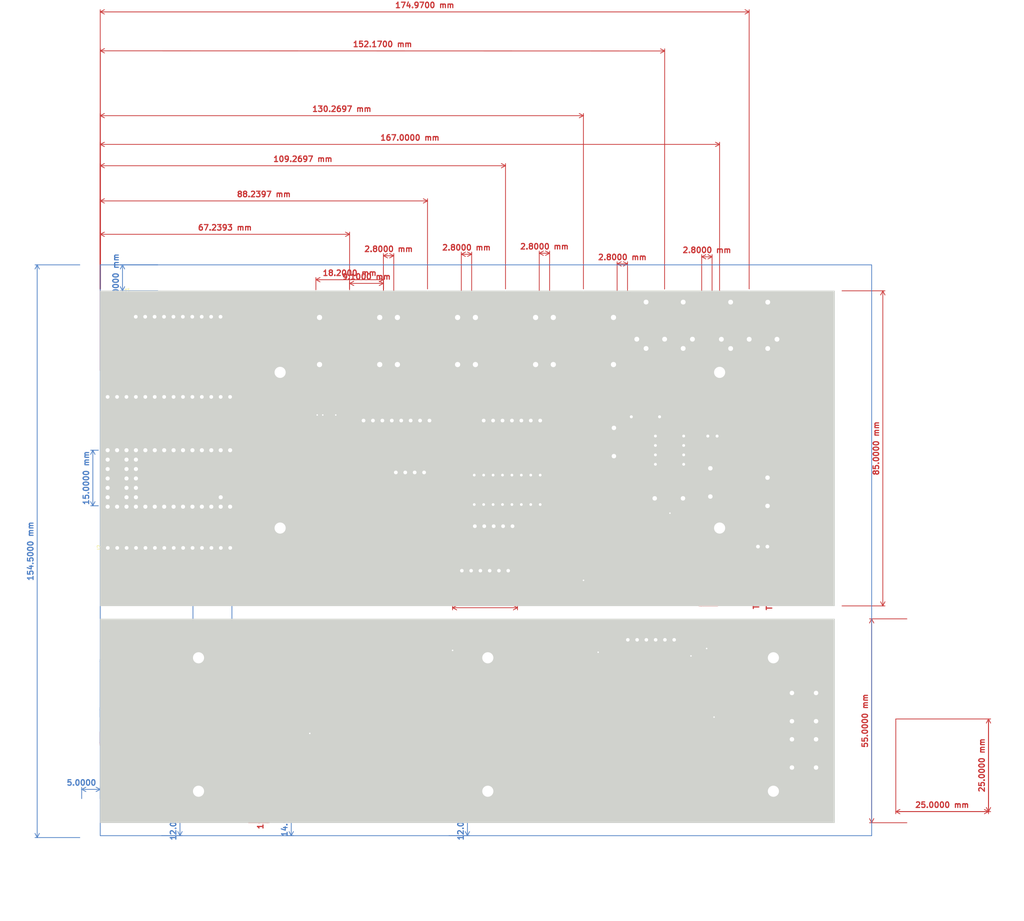
<source format=kicad_pcb>
(kicad_pcb (version 20211014) (generator pcbnew)
  (layers (0 "F.Cu" signal) (31 "B.Cu" signal) (34 "B.Paste" user) (35 "F.Paste" user) (36 "B.SilkS" user "B.Silkscreen") (37 "F.SilkS" user "F.Silkscreen") (38 "B.Mask" user) (39 "F.Mask" user) (44 "Edge.Cuts" user))
  (net 0 "")
  (net 1 "Net-(J1-Pad3)")
  (net 2 "Net-(J1-Pad5)")
  (net 3 "Net-(J1-Pad6)")
  (net 4 "Net-(J1-Pad7)")
  (net 5 "Net-(J1-Pad8)")
  (net 6 "Net-(J1-Pad9)")
  (net 10 "Net-(J1-Pad10)")
  (net 13 "Net-(J1-Pad11)")
  (net 14 "Net-(J1-Pad12)")
  (net 15 "Net-(J1-Pad13)")
  (net 16 "Net-(J1-Pad14)")
  (net 17 "Net-(J2-Pad1)")
  (net 18 "Net-(J2-Pad2)")
  (net 19 "Net-(J2-Pad3)")
  (net 20 "Net-(J2-Pad4)")
  (net 21 "Net-(J2-Pad5)")
  (net 22 "Net-(J2-Pad6)")
  (net 23 "Net-(J2-Pad7)")
  (net 25 "Net-(J2-Pad8)")
  (net 26 "Net-(J2-Pad9)")
  (net 27 "Net-(J2-Pad10)")
  (net 28 "Net-(J2-Pad11)")
  (net 29 "Net-(D1-Pad1)")
  (net 30 "Net-(D1-Pad2)")
  (net 34 "Net-(J3-Pad4)")
  (net 35 "Net-(J1-Pad2)")
  (net 36 "Net-(J1-Pad4)")
  (net 37 "Net-(J8-Pad5)")
  (net 40 "Net-(J8-Pad4)")
  (net 41 "Net-(R6-Pad1)")
  (net 45 "Net-(J2-Pad13)")
  (net 46 "Net-(J4-Pad3)")
  (net 47 "Net-(J?3=FSR4;6=FSR1-Pad1)")
  (net 48 "Net-(J4-Pad4)")
  (net 49 "Net-(J4-Pad5)")
  (net 50 "Net-(J4-Pad6)")
  (net 51 "Net-(H11-Pad1)")
  (net 52 "Net-(H12-Pad1)")
  (net 53 "Net-(J5-Pad1)")
  (net 54 "Net-(J5-Pad2)")
  (net 55 "Net-(J5-Pad3)")
  (net 56 "Net-(H14-Pad1)")
  (net 57 "Net-(H5V1-Pad1)")
  (net 58 "Net-(H13-Pad1)")
  (net 59 "Net-(J9-Pad1)")
  (net 60 "Net-(J6_TeensyPinsUnten1-Pad1)")
  (net 61 "Net-(J6_TeensyPinsUnten1-Pad2)")
  (net 62 "Net-(J6_TeensyPinsUnten1-Pad3)")
  (net 63 "Net-(J6_TeensyPinsUnten1-Pad4)")
  (net 64 "Net-(J6_TeensyPinsUnten1-Pad5)")
  (net 65 "Net-(J6_TeensyPinsUnten1-Pad6)")
  (net 66 "Net-(J6_TeensyPinsUnten1-Pad7)")
  (net 67 "Net-(J6_TeensyPinsUnten1-Pad8)")
  (net 68 "Net-(J6_TeensyPinsUnten1-Pad9)")
  (net 69 "Net-(J6_TeensyPinsUnten1-Pad10)")
  (net 70 "Net-(J9-Pad2)")
  (net 71 "Net-(J9-Pad3)")
  (net 72 "Net-(J9-Pad4)")
  (net 73 "Net-(J9-Pad5)")
  (net 74 "Net-(J10-Pad1)")
  (net 75 "Net-(J10-Pad2)")
  (net 76 "Net-(J11-Pad1)")
  (net 77 "Net-(J11-Pad2)")
  (net 78 "Net-(J16-Pad1)")
  (net 79 "Net-(J16-Pad2)")
  (net 80 "Net-(J17-Pad1)")
  (net 81 "Net-(J17-Pad2)")
  (net 82 "Net-(J18-Pad1)")
  (net 83 "Net-(J18-Pad2)")
  (net 94 "Net-(J5-Pad4)")
  (net 95 "Net-(J5-Pad5)")
  (net 96 "Net-(J5-Pad6)")
  (net 97 "Net-(J5-Pad7)")
  (net 98 "Net-(C1-Pad1)")
  (net 99 "Net-(C1-Pad2)")
  (footprint "project_fp:SolderWirePad_1x01_SMD_5x10mm" (layer "F.Cu") (at 151 123)
    (fp_text reference "H13")
    (fp_text value "MountingHole_Pad")
  )
  (footprint "project_fp:SolderWirePad_1x01_SMD_5x10mm" (layer "F.Cu") (at 190 122.5)
    (fp_text reference "H14")
    (fp_text value "MountingHole_Pad")
  )
  (footprint "KiCad:Teensy40" (layer "F.Cu") (at 35.51 68.62 180)
    (fp_text reference "U7")
    (fp_text value "Teensy4.0")
  )
  (footprint "project_fp:SolderWirePad_1x01_SMD_5x10mm" (layer "F.Cu") (at 53.5 122.9)
    (fp_text reference "H5V1")
    (fp_text value "MountingHole_Pad")
  )
  (footprint "Connector_PinHeader_2.54mm:PinHeader_1x10_P2.54mm_Vertical" (layer "F.Cu") (at 26.575 25 90)
    (fp_text reference "J6_TeensyPinsUnten1")
    (fp_text value "Conn_01x10")
  )
  (footprint "Resistor_THT:R_Axial_DIN0411_L9.9mm_D3.6mm_P7.62mm_Vertical" (layer "F.Cu") (at 210 138.99 -90)
    (fp_text reference "R4")
    (fp_text value "R_Variable")
  )
  (footprint "MountingHole:MountingHole_3mm" (layer "F.Cu") (at 198.5 117)
    (fp_text reference "H3")
    (fp_text value "MountingHole")
  )
  (footprint "KiCad:DIP762W56P254L966H508Q8N" (layer "F.Cu") (at 170.5 60.99)
    (fp_text reference "U6")
    (fp_text value "6N138" hide)
  )
  (footprint "Connector_PinHeader_2.54mm:PinHeader_1x05_P2.54mm_Vertical" (layer "F.Cu") (at 118 81.5 90)
    (fp_text reference "J9")
    (fp_text value "Conn_01x05")
  )
  (footprint "MountingHole:MountingHole_3mm" (layer "F.Cu") (at 43.5 153)
    (fp_text reference "H6")
    (fp_text value "MountingHole")
  )
  (footprint "MountingHole:MountingHole_3mm" (layer "F.Cu") (at 198.5 153)
    (fp_text reference "H2")
    (fp_text value "MountingHole")
  )
  (footprint "Connector_JST:JST_XH_B6B-XH-A_1x06_P2.50mm_Vertical" (layer "F.Cu") (at 114.5 93.5)
    (fp_text reference "J4")
    (fp_text value "06JQ-BT")
  )
  (footprint "project_fp:SolderWirePad_1x01_SMD_5x10mm" (layer "F.Cu") (at 112 123)
    (fp_text reference "H12")
    (fp_text value "MountingHole_Pad")
  )
  (footprint "project_fp:SolderWirePad_1x01_SMD_5x10mm" (layer "F.Cu") (at 131 123)
    (fp_text reference "H5V3")
    (fp_text value "MountingHole_Pad")
  )
  (footprint "Connector_PinHeader_2.54mm:PinHeader_1x07_P2.54mm_Vertical" (layer "F.Cu") (at 135.625 53 -90)
    (fp_text reference "J5")
    (fp_text value "Conn_01x07")
  )
  (footprint "project_fp:SolderWirePad_1x01_SMD_5x10mm" (layer "F.Cu") (at 73.4 122.9)
    (fp_text reference "H11")
    (fp_text value "MountingHole_Pad")
  )
  (footprint "Connector_JST:JST_SH_SM10B-SRSS-TB_1x10-1MP_P1.00mm_Horizontal" (layer "F.Cu") (at 72.75 58.53)
    (fp_text reference "JST_TEENSY_5")
    (fp_text value "10JQ-BT")
  )
  (footprint "Connector_PinHeader_2.54mm:PinHeader_1x02_P2.54mm_Vertical" (layer "F.Cu") (at 194.34 87.01 90)
    (fp_text reference "J10")
    (fp_text value "Conn_01x02")
  )
  (footprint "Resistor_THT:R_Axial_DIN0411_L9.9mm_D3.6mm_P7.62mm_Vertical" (layer "F.Cu") (at 203.5 126.49 -90)
    (fp_text reference "R1")
    (fp_text value "R_Variable")
  )
  (footprint "MountingHole:MountingHole_3mm" (layer "F.Cu") (at 43.5 117)
    (fp_text reference "H1")
    (fp_text value "MountingHole")
  )
  (footprint "Connector_PinHeader_2.54mm:PinHeader_1x14_P2.54mm_Vertical" (layer "F.Cu") (at 52.01 46.62 -90)
    (fp_text reference "J1")
    (fp_text value "Conn_01x14_MountingPin")
  )
  (footprint "project_fp:SDS-50J_MIDI_JACK" (layer "F.Cu") (at 184.47 31.0675)
    (fp_text reference "J8")
    (fp_text value "DIN-5")
  )
  (footprint "Connector_JST:JST_XH_B6B-XH-A_1x06_P2.50mm_Vertical" (layer "F.Cu") (at 159.25 112.14976)
    (fp_text reference "J?3=FSR4;6=FSR1")
    (fp_text value "06JQ-BT")
  )
  (footprint "SamacSys_Parts:NMJ4HCD2" (layer "F.Cu") (at 126.26967 41.845 -90)
    (fp_text reference "J17")
    (fp_text value "NMJ4HCD2" hide)
  )
  (footprint "Resistor_THT:R_Axial_DIN0411_L9.9mm_D3.6mm_P7.62mm_Vertical" (layer "F.Cu") (at 196.92 68.41 -90)
    (fp_text reference "R8")
    (fp_text value "R47")
  )
  (footprint "SamacSys_Parts:NMJ4HCD2" (layer "F.Cu") (at 105.23967 41.845 -90)
    (fp_text reference "J16")
    (fp_text value "NMJ4HCD2" hide)
  )
  (footprint "Resistor_THT:R_Axial_DIN0411_L9.9mm_D3.6mm_P7.62mm_Vertical" (layer "F.Cu") (at 203.5 138.99 -90)
    (fp_text reference "R3")
    (fp_text value "R_Variable")
  )
  (footprint "Resistor_THT:R_Axial_DIN0411_L9.9mm_D3.6mm_P7.62mm_Vertical" (layer "F.Cu") (at 166.5 73.99)
    (fp_text reference "R6")
    (fp_text value "R470")
  )
  (footprint "project_fp:SolderWirePad_1x01_SMD_5x10mm" (layer "F.Cu") (at 92 123.1)
    (fp_text reference "H5V2")
    (fp_text value "MountingHole_Pad")
  )
  (footprint "Connector_PinHeader_2.54mm:PinHeader_1x04_P2.54mm_Vertical" (layer "F.Cu") (at 96.7 67 90)
    (fp_text reference "J6")
    (fp_text value "Conn_01x04")
  )
  (footprint "project_fp:SDS-50J_MIDI_JACK" (layer "F.Cu") (at 161.67 31.0475)
    (fp_text reference "J3")
    (fp_text value "DIN-5")
  )
  (footprint "MountingHole:MountingHole_3mm" (layer "F.Cu") (at 65.5 82)
    (fp_text reference "H9")
    (fp_text value "MountingHole")
  )
  (footprint "Resistor_THT:R_Axial_DIN0411_L9.9mm_D3.6mm_P7.62mm_Vertical" (layer "F.Cu") (at 210 126.49 -90)
    (fp_text reference "R2")
    (fp_text value "R_Variable")
  )
  (footprint "Capacitor_THT:CP_Radial_D6.3mm_P2.50mm" (layer "F.Cu") (at 180.817621 57.19)
    (fp_text reference "C1")
    (fp_text value "0,1myf")
  )
  (footprint "Connector_PinHeader_2.54mm:PinHeader_1x08_P2.54mm_Vertical" (layer "F.Cu") (at 87.99 53 90)
    (fp_text reference "J7")
    (fp_text value "Conn_01x08")
  )
  (footprint "SamacSys_Parts:NMJ4HCD2" (layer "F.Cu") (at 147.26967 41.845 -90)
    (fp_text reference "J18")
    (fp_text value "NMJ4HCD2" hide)
  )
  (footprint "MountingHole:MountingHole_3mm" (layer "F.Cu") (at 184 40)
    (fp_text reference "H4")
    (fp_text value "MountingHole")
  )
  (footprint "Resistor_THT:R_Axial_DIN0411_L9.9mm_D3.6mm_P7.62mm_Vertical" (layer "F.Cu") (at 181.5 73.5 90)
    (fp_text reference "R7")
    (fp_text value "R47")
  )
  (footprint "MountingHole:MountingHole_3mm" (layer "F.Cu") (at 184 82)
    (fp_text reference "H8")
    (fp_text value "MountingHole")
  )
  (footprint "Diode_THT:D_DO-35_SOD27_P7.62mm_Horizontal" (layer "F.Cu") (at 167.81 51.99 180)
    (fp_text reference "D1")
    (fp_text value "1N4148")
  )
  (footprint "MountingHole:MountingHole_3mm" (layer "F.Cu") (at 121.5 153)
    (fp_text reference "H10")
    (fp_text value "MountingHole")
  )
  (footprint "MountingHole:MountingHole_3mm" (layer "F.Cu") (at 65.5 40)
    (fp_text reference "H7")
    (fp_text value "MountingHole")
  )
  (footprint "project_fp:SolderWirePad_1x01_SMD_5x10mm" (layer "F.Cu") (at 170 122.5)
    (fp_text reference "H5V4")
    (fp_text value "MountingHole_Pad")
  )
  (footprint "Connector_PinHeader_2.54mm:PinHeader_1x14_P2.54mm_Vertical" (layer "F.Cu") (at 19.032663 87.357701 90)
    (fp_text reference "J2")
    (fp_text value "Conn_01x14_MountingPin")
  )
  (footprint "MountingHole:MountingHole_3mm" (layer "F.Cu") (at 121.5 117)
    (fp_text reference "H5")
    (fp_text value "MountingHole")
  )
  (footprint "SamacSys_Parts:NMJ4HCD2" (layer "F.Cu") (at 84.23934 41.845 -90)
    (fp_text reference "J11")
    (fp_text value "NMJ4HCD2" hide)
  )
  (footprint "KiCad:DIP794W53P254L1930H508Q16N" (layer "F.Cu") (at 126.73 71.68796 90)
    (fp_text reference "U5")
    (fp_text value "74HC4051" hide)
  )
  (footprint "Resistor_THT:R_Axial_DIN0411_L9.9mm_D3.6mm_P7.62mm_Vertical" (layer "F.Cu") (at 155.5 54.98 -90)
    (fp_text reference "R5")
    (fp_text value "R220")
  )
  (gr_rect (start 17 11) (end 225 165) (layer "B.Cu") (width 0.2) (fill none))
  (gr_rect (start 17 106.5) (end 215 161.5) (layer "Edge.Cuts") (width 0.1) (fill none))
  (gr_rect (start 17 18) (end 215 103) (layer "Edge.Cuts") (width 0.1) (fill none))
  (gr_text "Teensy Pin 0" (at 193.9 96.5 90) (layer "F.Cu") (effects (font (size 1.5 1.5) (thickness 0.3))))
  (gr_text "Teensy Pin 1" (at 197.4 96.8 90) (layer "F.Cu") (effects (font (size 1.5 1.5) (thickness 0.3))))
  (dimension (type aligned) (layer "F.Cu") (pts (xy 231.5 133) (xy 256.5 133)) (height 25.5) (gr_text "25.0000 mm" (at 244 156.7) (layer "F.Cu") (effects (font (size 1.5 1.5) (thickness 0.3)))) (format (units 3) (units_format 1) (precision 4)) (style (thickness 0.2) (arrow_length 1.27) (text_position_mode 0) (extension_height 0.58642) (extension_offset 0.5) keep_text_aligned))
  (dimension (type aligned) (layer "F.Cu") (pts (xy 235 106.5) (xy 235 161.5)) (height 10) (gr_text "55.0000 mm" (at 223.2 134 90) (layer "F.Cu") (effects (font (size 1.5 1.5) (thickness 0.3)))) (format (units 3) (units_format 1) (precision 4)) (style (thickness 0.2) (arrow_length 1.27) (text_position_mode 0) (extension_height 0.58642) (extension_offset 0.5) keep_text_aligned))
  (dimension (type aligned) (layer "F.Cu") (pts (xy 135.37 19.09) (xy 138.17 19.09)) (height -11.235) (gr_text "2.8000 mm" (at 136.77 6.055) (layer "F.Cu") (effects (font (size 1.5 1.5) (thickness 0.3)))) (format (units 3) (units_format 1) (precision 4)) (style (thickness 0.2) (arrow_length 1.27) (text_position_mode 0) (extension_height 0.58642) (extension_offset 0.5) keep_text_aligned))
  (dimension (type aligned) (layer "F.Cu") (pts (xy 169.17 18.0475) (xy 17 18)) (height 64.750152) (gr_text "152.1700 mm" (at 93.105774 -48.526399 -0.01788492764) (layer "F.Cu") (effects (font (size 1.5 1.5) (thickness 0.3)))) (format (units 3) (units_format 1) (precision 4)) (style (thickness 0.2) (arrow_length 1.27) (text_position_mode 0) (extension_height 0.58642) (extension_offset 0.5) keep_text_aligned))
  (dimension (type aligned) (layer "F.Cu") (pts (xy 56.5 150.5) (xy 56.5 161.5)) (height -5.5) (gr_text "11.0000 mm" (at 60.2 156 90) (layer "F.Cu") (effects (font (size 1.5 1.5) (thickness 0.3)))) (format (units 3) (units_format 1) (precision 4)) (style (thickness 0.2) (arrow_length 1.27) (text_position_mode 0) (extension_height 0.58642) (extension_offset 0.5) keep_text_aligned))
  (dimension (type aligned) (layer "F.Cu") (pts (xy 84.23934 18) (xy 17 18)) (height 15.249999) (gr_text "67.2393 mm" (at 50.61967 0.950001) (layer "F.Cu") (effects (font (size 1.5 1.5) (thickness 0.3)))) (format (units 3) (units_format 1) (precision 4)) (style (thickness 0.2) (arrow_length 1.27) (text_position_mode 0) (extension_height 0.58642) (extension_offset 0.5) keep_text_aligned))
  (dimension (type aligned) (layer "F.Cu") (pts (xy 147.26967 18) (xy 17 18)) (height 47.25) (gr_text "130.2697 mm" (at 82.134835 -31.05) (layer "F.Cu") (effects (font (size 1.5 1.5) (thickness 0.3)))) (format (units 3) (units_format 1) (precision 4)) (style (thickness 0.2) (arrow_length 1.27) (text_position_mode 0) (extension_height 0.58642) (extension_offset 0.5) keep_text_aligned))
  (dimension (type aligned) (layer "F.Cu") (pts (xy 93.34 19.775) (xy 96.14 19.775)) (height -11.235) (gr_text "2.8000 mm" (at 94.74 6.74) (layer "F.Cu") (effects (font (size 1.5 1.5) (thickness 0.3)))) (format (units 3) (units_format 1) (precision 4)) (style (thickness 0.2) (arrow_length 1.27) (text_position_mode 0) (extension_height 0.58642) (extension_offset 0.5) keep_text_aligned))
  (dimension (type aligned) (layer "F.Cu") (pts (xy 112 99.25) (xy 129.5 99.25)) (height 4.25) (gr_text "17.5000 mm" (at 120.75 101.7) (layer "F.Cu") (effects (font (size 1.5 1.5) (thickness 0.3)))) (format (units 3) (units_format 1) (precision 4)) (style (thickness 0.2) (arrow_length 1.27) (text_position_mode 0) (extension_height 0.58642) (extension_offset 0.5) keep_text_aligned))
  (dimension (type aligned) (layer "F.Cu") (pts (xy 191.97 18) (xy 17 18)) (height 75.25) (gr_text "174.9700 mm" (at 104.485 -59.05) (layer "F.Cu") (effects (font (size 1.5 1.5) (thickness 0.3)))) (format (units 3) (units_format 1) (precision 4)) (style (thickness 0.2) (arrow_length 1.27) (text_position_mode 0) (extension_height 0.58642) (extension_offset 0.5) keep_text_aligned))
  (dimension (type aligned) (layer "F.Cu") (pts (xy 216.5 18) (xy 216.5 103)) (height -11.5) (gr_text "85.0000 mm" (at 226.2 60.5 90) (layer "F.Cu") (effects (font (size 1.5 1.5) (thickness 0.3)))) (format (units 3) (units_format 1) (precision 4)) (style (thickness 0.2) (arrow_length 1.27) (text_position_mode 0) (extension_height 0.58642) (extension_offset 0.5) keep_text_aligned))
  (dimension (type aligned) (layer "F.Cu") (pts (xy 93.33934 18.235) (xy 75.13934 18.235)) (height 3.234999) (gr_text "18.2000 mm" (at 84.23934 13.200001) (layer "F.Cu") (effects (font (size 1.5 1.5) (thickness 0.3)))) (format (units 3) (units_format 1) (precision 4)) (style (thickness 0.2) (arrow_length 1.27) (text_position_mode 0) (extension_height 0.58642) (extension_offset 0.5) keep_text_aligned))
  (dimension (type aligned) (layer "F.Cu") (pts (xy 105.23967 18) (xy 17 18)) (height 24.25) (gr_text "88.2397 mm" (at 61.119835 -8.05) (layer "F.Cu") (effects (font (size 1.5 1.5) (thickness 0.3)))) (format (units 3) (units_format 1) (precision 4)) (style (thickness 0.2) (arrow_length 1.27) (text_position_mode 0) (extension_height 0.58642) (extension_offset 0.5) keep_text_aligned))
  (dimension (type aligned) (layer "F.Cu") (pts (xy 43.5 136.5) (xy 17 136.5)) (height -3.5) (gr_text "26.5000 mm" (at 30.25 138.2) (layer "F.Cu") (effects (font (size 1.5 1.5) (thickness 0.3)))) (format (units 3) (units_format 1) (precision 4)) (style (thickness 0.2) (arrow_length 1.27) (text_position_mode 0) (extension_height 0.58642) (extension_offset 0.5) keep_text_aligned))
  (dimension (type aligned) (layer "F.Cu") (pts (xy 126.26967 18) (xy 17 18)) (height 33.75) (gr_text "109.2697 mm" (at 71.634835 -17.55) (layer "F.Cu") (effects (font (size 1.5 1.5) (thickness 0.3)))) (format (units 3) (units_format 1) (precision 4)) (style (thickness 0.2) (arrow_length 1.27) (text_position_mode 0) (extension_height 0.58642) (extension_offset 0.5) keep_text_aligned))
  (dimension (type aligned) (layer "F.Cu") (pts (xy 231 133.5) (xy 231 158.5)) (height -25.5) (gr_text "25.0000 mm" (at 254.7 146 90) (layer "F.Cu") (effects (font (size 1.5 1.5) (thickness 0.3)))) (format (units 3) (units_format 1) (precision 4)) (style (thickness 0.2) (arrow_length 1.27) (text_position_mode 0) (extension_height 0.58642) (extension_offset 0.5) keep_text_aligned))
  (dimension (type aligned) (layer "F.Cu") (pts (xy 184 82) (xy 184 103)) (height 5) (gr_text "21.0000 mm" (at 177.2 92.5 90) (layer "F.Cu") (effects (font (size 1.5 1.5) (thickness 0.3)))) (format (units 3) (units_format 1) (precision 4)) (style (thickness 0.2) (arrow_length 1.27) (text_position_mode 0) (extension_height 0.58642) (extension_offset 0.5) keep_text_aligned))
  (dimension (type aligned) (layer "F.Cu") (pts (xy 156.37 21.98) (xy 159.17 21.98)) (height -11.235) (gr_text "2.8000 mm" (at 157.77 8.945) (layer "F.Cu") (effects (font (size 1.5 1.5) (thickness 0.3)))) (format (units 3) (units_format 1) (precision 4)) (style (thickness 0.2) (arrow_length 1.27) (text_position_mode 0) (extension_height 0.58642) (extension_offset 0.5) keep_text_aligned))
  (dimension (type aligned) (layer "F.Cu") (pts (xy 114.35 19.37) (xy 117.15 19.37)) (height -11.235) (gr_text "2.8000 mm" (at 115.75 6.335) (layer "F.Cu") (effects (font (size 1.5 1.5) (thickness 0.3)))) (format (units 3) (units_format 1) (precision 4)) (style (thickness 0.2) (arrow_length 1.27) (text_position_mode 0) (extension_height 0.58642) (extension_offset 0.5) keep_text_aligned))
  (dimension (type aligned) (layer "F.Cu") (pts (xy 93.33934 18.235) (xy 84.23934 18.235)) (height 2.235) (gr_text "9.1000 mm" (at 88.78934 14.2) (layer "F.Cu") (effects (font (size 1.5 1.5) (thickness 0.3)))) (format (units 3) (units_format 1) (precision 4)) (style (thickness 0.2) (arrow_length 1.27) (text_position_mode 0) (extension_height 0.58642) (extension_offset 0.5) keep_text_aligned))
  (dimension (type aligned) (layer "F.Cu") (pts (xy 179.17 20.055) (xy 181.97 20.055)) (height -11.235) (gr_text "2.8000 mm" (at 180.57 7.02) (layer "F.Cu") (effects (font (size 1.5 1.5) (thickness 0.3)))) (format (units 3) (units_format 1) (precision 4)) (style (thickness 0.2) (arrow_length 1.27) (text_position_mode 0) (extension_height 0.58642) (extension_offset 0.5) keep_text_aligned))
  (dimension (type aligned) (layer "F.Cu") (pts (xy 184 40) (xy 17 40)) (height 61.5) (gr_text "167.0000 mm" (at 100.5 -23.3) (layer "F.Cu") (effects (font (size 1.5 1.5) (thickness 0.3)))) (format (units 3) (units_format 1) (precision 4)) (style (thickness 0.2) (arrow_length 1.27) (text_position_mode 0) (extension_height 0.58642) (extension_offset 0.5) keep_text_aligned))
  (dimension (type aligned) (layer "B.Cu") (pts (xy 12 11) (xy 12 165.5)) (height 12) (gr_text "154.5000 mm" (at -1.8 88.25 90) (layer "B.Cu") (effects (font (size 1.5 1.5) (thickness 0.3)))) (format (units 3) (units_format 1) (precision 4)) (style (thickness 0.2) (arrow_length 1.27) (text_position_mode 0) (extension_height 0.58642) (extension_offset 0.5) keep_text_aligned))
  (dimension (type aligned) (layer "B.Cu") (pts (xy 44 129) (xy 49 129)) (height -3) (gr_text "5.0000 mm" (at 46.5 124.2) (layer "B.Cu") (effects (font (size 1.5 1.5) (thickness 0.3)))) (format (units 3) (units_format 1) (precision 4)) (style (thickness 0.2) (arrow_length 1.27) (text_position_mode 0) (extension_height 0.58642) (extension_offset 0.5) keep_text_aligned))
  (dimension (type aligned) (layer "B.Cu") (pts (xy 12 155.5) (xy 17 155.5)) (height -3) (gr_text "5.0000 mm" (at 14.5 150.7) (layer "B.Cu") (effects (font (size 1.5 1.5) (thickness 0.3)))) (format (units 3) (units_format 1) (precision 4)) (style (thickness 0.2) (arrow_length 1.27) (text_position_mode 0) (extension_height 0.58642) (extension_offset 0.5) keep_text_aligned))
  (dimension (type aligned) (layer "B.Cu") (pts (xy 66.500001 165) (xy 66.500001 151)) (height 1.999999) (gr_text "14.0000 mm" (at 66.7 158 90) (layer "B.Cu") (effects (font (size 1.5 1.5) (thickness 0.3)))) (format (units 3) (units_format 1) (precision 4)) (style (thickness 0.2) (arrow_length 1.27) (text_position_mode 0) (extension_height 0.58642) (extension_offset 0.5) keep_text_aligned))
  (dimension (type aligned) (layer "B.Cu") (pts (xy 42 95) (xy 52.5 95)) (height 17) (gr_text "10.5000 mm" (at 47.25 110.2) (layer "B.Cu") (effects (font (size 1.5 1.5) (thickness 0.3)))) (format (units 3) (units_format 1) (precision 4)) (style (thickness 0.2) (arrow_length 1.27) (text_position_mode 0) (extension_height 0.58642) (extension_offset 0.5) keep_text_aligned))
  (dimension (type aligned) (layer "B.Cu") (pts (xy 16.999999 61) (xy 16.999999 76)) (height 1.999999) (gr_text "15.0000 mm" (at 13.2 68.5 90) (layer "B.Cu") (effects (font (size 1.5 1.5) (thickness 0.3)))) (format (units 3) (units_format 1) (precision 4)) (style (thickness 0.2) (arrow_length 1.27) (text_position_mode 0) (extension_height 0.58642) (extension_offset 0.5) keep_text_aligned))
  (dimension (type aligned) (layer "B.Cu") (pts (xy 17 140.5) (xy 43.5 140.5)) (height -22.5) (gr_text "26.5000 mm" (at 30.25 116.2) (layer "B.Cu") (effects (font (size 1.5 1.5) (thickness 0.3)))) (format (units 3) (units_format 1) (precision 4)) (style (thickness 0.2) (arrow_length 1.27) (text_position_mode 0) (extension_height 0.58642) (extension_offset 0.5) keep_text_aligned))
  (dimension (type aligned) (layer "B.Cu") (pts (xy 42 129) (xy 44 129)) (height 1) (gr_text "2.0000 mm" (at 43 128.2) (layer "B.Cu") (effects (font (size 1.5 1.5) (thickness 0.3)))) (format (units 3) (units_format 1) (precision 4)) (style (thickness 0.2) (arrow_length 1.27) (text_position_mode 0) (extension_height 0.58642) (extension_offset 0.5) keep_text_aligned))
  (dimension (type aligned) (layer "B.Cu") (pts (xy 33 165) (xy 33 153)) (height 5.5) (gr_text "12.0000 mm" (at 36.7 159 90) (layer "B.Cu") (effects (font (size 1.5 1.5) (thickness 0.3)))) (format (units 3) (units_format 1) (precision 4)) (style (thickness 0.2) (arrow_length 1.27) (text_position_mode 0) (extension_height 0.58642) (extension_offset 0.5) keep_text_aligned))
  (dimension (type aligned) (layer "B.Cu") (pts (xy 33 18) (xy 33 11)) (height -10) (gr_text "7.0000 mm" (at 21.2 14.5 90) (layer "B.Cu") (effects (font (size 1.5 1.5) (thickness 0.3)))) (format (units 3) (units_format 1) (precision 4)) (style (thickness 0.2) (arrow_length 1.27) (text_position_mode 0) (extension_height 0.58642) (extension_offset 0.5) keep_text_aligned))
  (dimension (type aligned) (layer "B.Cu") (pts (xy 50 121) (xy 50 112)) (height 2.5) (gr_text "9.0000 mm" (at 50.7 116.5 90) (layer "B.Cu") (effects (font (size 1.5 1.5) (thickness 0.3)))) (format (units 3) (units_format 1) (precision 4)) (style (thickness 0.2) (arrow_length 1.27) (text_position_mode 0) (extension_height 0.58642) (extension_offset 0.5) keep_text_aligned))
  (dimension (type aligned) (layer "B.Cu") (pts (xy 42.5 153) (xy 42.5 117)) (height -4) (gr_text "36.0000 mm" (at 36.7 135 90) (layer "B.Cu") (effects (font (size 1.5 1.5) (thickness 0.3)))) (format (units 3) (units_format 1) (precision 4)) (style (thickness 0.2) (arrow_length 1.27) (text_position_mode 0) (extension_height 0.58642) (extension_offset 0.5) keep_text_aligned))
  (dimension (type aligned) (layer "B.Cu") (pts (xy 121.5 116.5) (xy 43.5 116.5)) (height -4) (gr_text "78.0000 mm" (at 82.5 118.7) (layer "B.Cu") (effects (font (size 1.5 1.5) (thickness 0.3)))) (format (units 3) (units_format 1) (precision 4)) (style (thickness 0.2) (arrow_length 1.27) (text_position_mode 0) (extension_height 0.58642) (extension_offset 0.5) keep_text_aligned))
  (dimension (type aligned) (layer "B.Cu") (pts (xy 110.5 165) (xy 110.5 153)) (height 5.5) (gr_text "12.0000 mm" (at 114.2 159 90) (layer "B.Cu") (effects (font (size 1.5 1.5) (thickness 0.3)))) (format (units 3) (units_format 1) (precision 4)) (style (thickness 0.2) (arrow_length 1.27) (text_position_mode 0) (extension_height 0.58642) (extension_offset 0.5) keep_text_aligned))
  (dimension (type aligned) (layer "B.Cu") (pts (xy 17 133.5) (xy 49 133.5)) (height -2.499999) (gr_text "32.0000 mm" (at 33 129.200001) (layer "B.Cu") (effects (font (size 1.5 1.5) (thickness 0.3)))) (format (units 3) (units_format 1) (precision 4)) (style (thickness 0.2) (arrow_length 1.27) (text_position_mode 0) (extension_height 0.58642) (extension_offset 0.5) keep_text_aligned))
  (segment (start 46.94 61) (end 46.94 46.63) (width 0.25) (layer "F.Cu") (net 1))
  (segment (start 46.94 61) (end 47.13 61) (width 0.25) (layer "F.Cu") (net 1))
  (segment (start 46.94 46.63) (end 46.93 46.62) (width 0.25) (layer "F.Cu") (net 1))
  (segment (start 41.85 60.99) (end 41.86 61) (width 0.25) (layer "F.Cu") (net 2))
  (segment (start 41.85 46.62) (end 41.85 60.99) (width 0.25) (layer "F.Cu") (net 2))
  (segment (start 39.31 60.99) (end 39.32 61) (width 0.25) (layer "F.Cu") (net 3))
  (segment (start 39.32 61) (end 40.05101 61) (width 0.25) (layer "F.Cu") (net 3))
  (segment (start 39.31 46.62) (end 39.31 60.99) (width 0.25) (layer "F.Cu") (net 3))
  (segment (start 39.31 46.62) (end 39.31 46.19) (width 0.25) (layer "B.Cu") (net 3))
  (segment (start 36.77 60.99) (end 36.78 61) (width 0.25) (layer "F.Cu") (net 4))
  (segment (start 36.77 46.62) (end 36.77 60.99) (width 0.25) (layer "F.Cu") (net 4))
  (segment (start 34.23 60.99) (end 34.24 61) (width 0.25) (layer "F.Cu") (net 5))
  (segment (start 34.23 46.62) (end 34.23 60.99) (width 0.25) (layer "F.Cu") (net 5))
  (segment (start 31.51 47.64) (end 32.53 46.62) (width 0.25) (layer "F.Cu") (net 6))
  (segment (start 31.69 46.62) (end 31.69 60.99) (width 0.25) (layer "F.Cu") (net 6))
  (segment (start 31.69 60.99) (end 31.7 61) (width 0.25) (layer "F.Cu") (net 6))
  (segment (start 29.15 60.99) (end 29.16 61) (width 0.25) (layer "F.Cu") (net 10))
  (segment (start 29.15 46.62) (end 29.15 60.99) (width 0.25) (layer "F.Cu") (net 10))
  (segment (start 26.61 46.62) (end 26.61 60.99) (width 0.25) (layer "F.Cu") (net 13))
  (segment (start 26.61 60.99) (end 26.62 61) (width 0.25) (layer "F.Cu") (net 13))
  (segment (start 24.08 61) (end 24.13 61) (width 0.25) (layer "F.Cu") (net 14))
  (segment (start 24.07 46.62) (end 24.07 60.99) (width 0.25) (layer "F.Cu") (net 14))
  (segment (start 24.07 60.99) (end 24.08 61) (width 0.25) (layer "F.Cu") (net 14))
  (segment (start 21.53 60.99) (end 21.54 61) (width 0.25) (layer "F.Cu") (net 15))
  (segment (start 21.54 61) (end 22.27101 61) (width 0.25) (layer "F.Cu") (net 15))
  (segment (start 21.53 46.62) (end 21.53 60.99) (width 0.25) (layer "F.Cu") (net 15))
  (segment (start 19 46.63) (end 18.99 46.62) (width 0.25) (layer "F.Cu") (net 16))
  (segment (start 19 61) (end 19 46.63) (width 0.25) (layer "F.Cu") (net 16))
  (segment (start 19 76.24) (end 19 87.325038) (width 0.25) (layer "F.Cu") (net 17))
  (segment (start 19 87.325038) (end 19.032663 87.357701) (width 0.25) (layer "F.Cu") (net 17))
  (segment (start 21.54 87.325038) (end 21.572663 87.357701) (width 0.25) (layer "F.Cu") (net 18))
  (segment (start 21.54 76.24) (end 21.54 87.325038) (width 0.25) (layer "F.Cu") (net 18))
  (segment (start 24.08 76.24) (end 24.08 87.325038) (width 0.25) (layer "F.Cu") (net 19))
  (segment (start 24.08 87.325038) (end 24.112663 87.357701) (width 0.25) (layer "F.Cu") (net 19))
  (segment (start 26.62 76.24) (end 26.62 87.325038) (width 0.25) (layer "F.Cu") (net 20))
  (segment (start 26.62 87.325038) (end 26.652663 87.357701) (width 0.25) (layer "F.Cu") (net 20))
  (segment (start 29.192663 76.272663) (end 29.16 76.24) (width 0.25) (layer "F.Cu") (net 21))
  (segment (start 29.192663 87.357701) (end 29.192663 76.272663) (width 0.25) (layer "F.Cu") (net 21))
  (segment (start 31.732663 88.157701) (end 31.532663 88.357701) (width 0.25) (layer "F.Cu") (net 22))
  (segment (start 31.7 76.24) (end 31.7 87.325038) (width 0.25) (layer "F.Cu") (net 22))
  (segment (start 31.532663 88.357701) (end 31.532663 87.557701) (width 0.25) (layer "F.Cu") (net 22))
  (segment (start 31.7 87.325038) (end 31.732663 87.357701) (width 0.25) (layer "F.Cu") (net 22))
  (segment (start 31.532663 87.557701) (end 31.732663 87.357701) (width 0.25) (layer "F.Cu") (net 22))
  (segment (start 34.272663 76.272663) (end 34.24 76.24) (width 0.25) (layer "F.Cu") (net 23))
  (segment (start 34.272663 87.357701) (end 34.272663 76.272663) (width 0.25) (layer "F.Cu") (net 23))
  (segment (start 36.78 87.325038) (end 36.812663 87.357701) (width 0.25) (layer "F.Cu") (net 25))
  (segment (start 36.78 76.24) (end 36.78 87.325038) (width 0.25) (layer "F.Cu") (net 25))
  (segment (start 39.352663 87.357701) (end 39.352663 76.272663) (width 0.25) (layer "F.Cu") (net 26))
  (segment (start 39.352663 76.272663) (end 39.32 76.24) (width 0.25) (layer "F.Cu") (net 26))
  (segment (start 41.86 87.325038) (end 41.892663 87.357701) (width 0.25) (layer "F.Cu") (net 27))
  (segment (start 41.86 76.24) (end 41.86 87.325038) (width 0.25) (layer "F.Cu") (net 27))
  (segment (start 44.4 87.325038) (end 44.4 76.24) (width 0.25) (layer "F.Cu") (net 28))
  (segment (start 44.432663 87.357701) (end 44.4 87.325038) (width 0.25) (layer "F.Cu") (net 28))
  (segment (start 169.99 51.99) (end 170.5 52.5) (width 0.25) (layer "F.Cu") (net 29))
  (segment (start 166.69 59.72) (end 170.03 59.72) (width 0.25) (layer "F.Cu") (net 29))
  (segment (start 163.81 62.6) (end 166.69 59.72) (width 0.25) (layer "F.Cu") (net 29))
  (segment (start 170.03 59.72) (end 170.5 59.25) (width 0.25) (layer "F.Cu") (net 29))
  (segment (start 170.5 52.5) (end 170.5 59.25) (width 0.25) (layer "F.Cu") (net 29))
  (segment (start 155.5 62.6) (end 163.81 62.6) (width 0.25) (layer "F.Cu") (net 29))
  (segment (start 167.81 51.99) (end 169.99 51.99) (width 0.25) (layer "F.Cu") (net 29))
  (segment (start 162 66) (end 165.74 62.26) (width 0.25) (layer "F.Cu") (net 30))
  (segment (start 152.5 66) (end 162 66) (width 0.25) (layer "F.Cu") (net 30))
  (segment (start 174 33.5675) (end 160.19 47.3775) (width 0.25) (layer "F.Cu") (net 30))
  (segment (start 160.19 47.3775) (end 160.19 49.81) (width 0.25) (layer "F.Cu") (net 30))
  (segment (start 160 49.49) (end 160.19 49.68) (width 0.25) (layer "F.Cu") (net 30))
  (segment (start 151 59.5) (end 151 64.5) (width 0.25) (layer "F.Cu") (net 30))
  (segment (start 151 64.5) (end 152.5 66) (width 0.25) (layer "F.Cu") (net 30))
  (segment (start 160.19 51.99) (end 160.19 56.81) (width 0.25) (layer "F.Cu") (net 30))
  (segment (start 160.19 49.68) (end 160.19 49.81) (width 0.25) (layer "F.Cu") (net 30))
  (segment (start 165.74 62.26) (end 166.69 62.26) (width 0.25) (layer "F.Cu") (net 30))
  (segment (start 152.5 58) (end 151 59.5) (width 0.25) (layer "F.Cu") (net 30))
  (segment (start 159 58) (end 152.5 58) (width 0.25) (layer "F.Cu") (net 30))
  (segment (start 160.19 56.81) (end 159 58) (width 0.25) (layer "F.Cu") (net 30))
  (segment (start 160.19 49.81) (end 160.19 51.99) (width 0.25) (layer "F.Cu") (net 30))
  (segment (start 164 35.5) (end 155.5 44) (width 0.25) (layer "F.Cu") (net 34))
  (segment (start 164 33.5675) (end 164 35.5) (width 0.25) (layer "F.Cu") (net 34))
  (segment (start 155.5 44) (end 155.5 54.98) (width 0.25) (layer "F.Cu") (net 34))
  (segment (start 49.47 60.99) (end 49.48 61) (width 0.25) (layer "F.Cu") (net 35))
  (segment (start 49.47 46.62) (end 49.47 60.99) (width 0.25) (layer "F.Cu") (net 35))
  (segment (start 44.39 60.99) (end 44.4 61) (width 0.25) (layer "F.Cu") (net 36))
  (segment (start 44.39 46.62) (end 44.39 60.99) (width 0.25) (layer "F.Cu") (net 36))
  (segment (start 196.97 33.5675) (end 196.97 68.36) (width 0.25) (layer "F.Cu") (net 37))
  (segment (start 196.97 68.36) (end 196.92 68.41) (width 0.25) (layer "F.Cu") (net 37))
  (segment (start 196.97 36.82) (end 196.97 36.97) (width 0.25) (layer "F.Cu") (net 37))
  (segment (start 191 35.41) (end 189.1575 33.5675) (width 0.25) (layer "F.Cu") (net 40))
  (segment (start 189.1575 33.5675) (end 186.97 33.5675) (width 0.25) (layer "F.Cu") (net 40))
  (segment (start 181.5 65.88) (end 189.62 65.88) (width 0.25) (layer "F.Cu") (net 40))
  (segment (start 191 64.5) (end 191 35.41) (width 0.25) (layer "F.Cu") (net 40))
  (segment (start 189.62 65.88) (end 191 64.5) (width 0.25) (layer "F.Cu") (net 40))
  (segment (start 133 99) (end 135.870126 96.129874) (width 0.25) (layer "F.Cu") (net 41))
  (segment (start 117 98) (end 116 99) (width 0.25) (layer "F.Cu") (net 41))
  (segment (start 47 87.330364) (end 46.972663 87.357701) (width 0.25) (layer "F.Cu") (net 41))
  (segment (start 135.870126 96.129874) (end 147.270126 96.129874) (width 0.25) (layer "F.Cu") (net 41))
  (segment (start 46.972663 88.523143) (end 48.94952 90.5) (width 0.25) (layer "F.Cu") (net 41))
  (segment (start 131 85) (end 118 85) (width 0.25) (layer "F.Cu") (net 41))
  (segment (start 57.5 99) (end 69.5 99) (width 0.25) (layer "F.Cu") (net 41))
  (segment (start 170.61 77.99) (end 177.31 77.99) (width 0.25) (layer "F.Cu") (net 41))
  (segment (start 133 99) (end 133.5 98.5) (width 0.25) (layer "F.Cu") (net 41))
  (segment (start 178.5 73.99) (end 178.99 73.5) (width 0.25) (layer "F.Cu") (net 41))
  (segment (start 178.99 73.5) (end 181.5 73.5) (width 0.25) (layer "F.Cu") (net 41))
  (segment (start 46.94 76.24) (end 47 76.3) (width 0.25) (layer "F.Cu") (net 41))
  (segment (start 178.5 76.8) (end 178.5 73.99) (width 0.25) (layer "F.Cu") (net 41))
  (segment (start 177.31 77.99) (end 178.5 76.8) (width 0.25) (layer "F.Cu") (net 41))
  (segment (start 47 76.3) (end 47 87.330364) (width 0.25) (layer "F.Cu") (net 41))
  (segment (start 170.5 77.99) (end 170.61 77.99) (width 0.25) (layer "F.Cu") (net 41))
  (segment (start 114 68) (end 114.28204 67.71796) (width 0.25) (layer "F.Cu") (net 41))
  (segment (start 166.5 73.99) (end 170.5 77.99) (width 0.25) (layer "F.Cu") (net 41))
  (segment (start 147.270126 96.129874) (end 147.3 96.1) (width 0.25) (layer "F.Cu") (net 41))
  (segment (start 133.5 98.5) (end 133.5 87.5) (width 0.25) (layer "F.Cu") (net 41))
  (segment (start 116.88 99) (end 133 99) (width 0.25) (layer "F.Cu") (net 41))
  (segment (start 46.972663 87.357701) (end 46.972663 88.523143) (width 0.25) (layer "F.Cu") (net 41))
  (segment (start 116 99) (end 77 99) (width 0.25) (layer "F.Cu") (net 41))
  (segment (start 116.5 99) (end 116 99) (width 0.25) (layer "F.Cu") (net 41))
  (segment (start 77 99) (end 69.5 99) (width 0.25) (layer "F.Cu") (net 41))
  (segment (start 116.5 99) (end 116.88 99) (width 0.25) (layer "F.Cu") (net 41))
  (segment (start 114.28204 67.71796) (end 117.84 67.71796) (width 0.25) (layer "F.Cu") (net 41))
  (segment (start 49 90.5) (end 57.5 99) (width 0.25) (layer "F.Cu") (net 41))
  (segment (start 133.5 87.5) (end 131 85) (width 0.25) (layer "F.Cu") (net 41))
  (segment (start 118 85) (end 114 81) (width 0.25) (layer "F.Cu") (net 41))
  (segment (start 114 81) (end 114 68) (width 0.25) (layer "F.Cu") (net 41))
  (segment (start 117 93.5) (end 117 98) (width 0.25) (layer "F.Cu") (net 41))
  (segment (start 48.94952 90.5) (end 49 90.5) (width 0.25) (layer "F.Cu") (net 41))
  (via (at 170.61 77.99) (size 0.8) (drill 0.4) (layers "F.Cu" "B.Cu") (net 41))
  (via (at 147.3 96.1) (size 0.8) (drill 0.4) (layers "F.Cu" "B.Cu") (net 41))
  (segment (start 170.61 80.09) (end 170.35 80.35) (width 0.25) (layer "B.Cu") (net 41))
  (segment (start 170.61 77.99) (end 170.61 80.09) (width 0.25) (layer "B.Cu") (net 41))
  (segment (start 147.3 96.1) (end 154.6 96.1) (width 0.25) (layer "B.Cu") (net 41))
  (segment (start 170.35 80.35) (end 170.6 80.1) (width 0.25) (layer "B.Cu") (net 41))
  (segment (start 154.6 96.1) (end 169.8 80.9) (width 0.25) (layer "B.Cu") (net 41))
  (segment (start 169.8 80.9) (end 170.35 80.35) (width 0.25) (layer "B.Cu") (net 41))
  (segment (start 49.5 76.26) (end 49.48 76.24) (width 0.25) (layer "F.Cu") (net 45))
  (segment (start 114.5 93.5) (end 55.654962 93.5) (width 0.25) (layer "F.Cu") (net 45))
  (segment (start 49.5 87.345038) (end 49.5 76.26) (width 0.25) (layer "F.Cu") (net 45))
  (segment (start 55.654962 93.5) (end 49.512663 87.357701) (width 0.25) (layer "F.Cu") (net 45))
  (segment (start 49.512663 87.357701) (end 49.5 87.345038) (width 0.25) (layer "F.Cu") (net 45))
  (segment (start 96.7 72.7) (end 96.7 67) (width 0.25) (layer "F.Cu") (net 46))
  (segment (start 119.5 91) (end 119 90.5) (width 0.25) (layer "F.Cu") (net 46))
  (segment (start 119 90.5) (end 114.5 90.5) (width 0.25) (layer "F.Cu") (net 46))
  (segment (start 119.5 93.5) (end 119.5 91) (width 0.25) (layer "F.Cu") (net 46))
  (segment (start 114.5 90.5) (end 96.7 72.7) (width 0.25) (layer "F.Cu") (net 46))
  (segment (start 159 112.49976) (end 159 110.5) (width 0.25) (layer "F.Cu") (net 47))
  (segment (start 206 138.99) (end 206 126.5) (width 0.25) (layer "F.Cu") (net 47))
  (segment (start 210 138.99) (end 206.01 138.99) (width 0.25) (layer "F.Cu") (net 47))
  (segment (start 206 126.5) (end 206 112.5) (width 0.25) (layer "F.Cu") (net 47))
  (segment (start 184.17476 109.17476) (end 185.32524 109.17476) (width 0.25) (layer "F.Cu") (net 47))
  (segment (start 159 110.5) (end 160.32524 109.17476) (width 0.25) (layer "F.Cu") (net 47))
  (segment (start 160.32524 109.17476) (end 184.17476 109.17476) (width 0.25) (layer "F.Cu") (net 47))
  (segment (start 205.99 138.99) (end 203.5 138.99) (width 0.25) (layer "F.Cu") (net 47))
  (segment (start 203.5 126.49) (end 205.99 126.49) (width 0.25) (layer "F.Cu") (net 47))
  (segment (start 206 139) (end 205.99 138.99) (width 0.25) (layer "F.Cu") (net 47))
  (segment (start 210 126.49) (end 206.01 126.49) (width 0.25) (layer "F.Cu") (net 47))
  (segment (start 205.99 126.49) (end 206 126.5) (width 0.25) (layer "F.Cu") (net 47))
  (segment (start 206.01 126.49) (end 206 126.5) (width 0.25) (layer "F.Cu") (net 47))
  (segment (start 202.67476 109.17476) (end 184.17476 109.17476) (width 0.25) (layer "F.Cu") (net 47))
  (segment (start 206 112.5) (end 202.67476 109.17476) (width 0.25) (layer "F.Cu") (net 47))
  (segment (start 206.01 138.99) (end 206 139) (width 0.25) (layer "F.Cu") (net 47))
  (segment (start 122 89.5) (end 122 93.5) (width 0.25) (layer "F.Cu") (net 48))
  (segment (start 99.24 67) (end 99.24 68.74) (width 0.25) (layer "F.Cu") (net 48))
  (segment (start 108.5 78) (end 108.5 82) (width 0.25) (layer "F.Cu") (net 48))
  (segment (start 115.5 89) (end 121.5 89) (width 0.25) (layer "F.Cu") (net 48))
  (segment (start 99.24 68.74) (end 108.5 78) (width 0.25) (layer "F.Cu") (net 48))
  (segment (start 108.5 82) (end 115.5 89) (width 0.25) (layer "F.Cu") (net 48))
  (segment (start 121.5 89) (end 122 89.5) (width 0.25) (layer "F.Cu") (net 48))
  (segment (start 124.5 88.5) (end 123.5 87.5) (width 0.25) (layer "F.Cu") (net 49))
  (segment (start 101.78 68.28) (end 101.78 67) (width 0.25) (layer "F.Cu") (net 49))
  (segment (start 123.5 87.5) (end 116 87.5) (width 0.25) (layer "F.Cu") (net 49))
  (segment (start 110 76.5) (end 101.78 68.28) (width 0.25) (layer "F.Cu") (net 49))
  (segment (start 124.5 93.5) (end 124.5 88.5) (width 0.25) (layer "F.Cu") (net 49))
  (segment (start 110 81.5) (end 110 76.5) (width 0.25) (layer "F.Cu") (net 49))
  (segment (start 116 87.5) (end 110 81.5) (width 0.25) (layer "F.Cu") (net 49))
  (segment (start 127 87.5) (end 127 93.5) (width 0.25) (layer "F.Cu") (net 50))
  (segment (start 117.5 86.5) (end 126 86.5) (width 0.25) (layer "F.Cu") (net 50))
  (segment (start 126 86.5) (end 127 87.5) (width 0.25) (layer "F.Cu") (net 50))
  (segment (start 112 81) (end 117.5 86.5) (width 0.25) (layer "F.Cu") (net 50))
  (segment (start 104.32 67) (end 112 74.68) (width 0.25) (layer "F.Cu") (net 50))
  (segment (start 112 74.68) (end 112 81) (width 0.25) (layer "F.Cu") (net 50))
  (segment (start 73.5 123) (end 73.5 137.5) (width 0.25) (layer "F.Cu") (net 51))
  (segment (start 73.5 137.5) (end 73.4 137.6) (width 0.25) (layer "F.Cu") (net 51))
  (via (at 73.5 137.4) (size 0.8) (drill 0.4) (layers "F.Cu" "B.Cu") (net 51))
  (segment (start 188.22 151) (end 188 151) (width 0.25) (layer "B.Cu") (net 51))
  (segment (start 187.5 112.5) (end 189.61 114.61) (width 0.25) (layer "B.Cu") (net 51))
  (segment (start 73.5 148.4) (end 76.1 151) (width 0.25) (layer "B.Cu") (net 51))
  (segment (start 172.10024 112.5) (end 187.5 112.5) (width 0.25) (layer "B.Cu") (net 51))
  (segment (start 189.61 149.61) (end 188.22 151) (width 0.25) (layer "B.Cu") (net 51))
  (segment (start 187.5 151) (end 188 151) (width 0.25) (layer "B.Cu") (net 51))
  (segment (start 197 159.5) (end 208 159.5) (width 0.25) (layer "B.Cu") (net 51))
  (segment (start 213 137.11) (end 210 134.11) (width 0.25) (layer "B.Cu") (net 51))
  (segment (start 187.5 151) (end 188.5 151) (width 0.25) (layer "B.Cu") (net 51))
  (segment (start 186.5 151) (end 187.5 151) (width 0.25) (layer "B.Cu") (net 51))
  (segment (start 213 154.5) (end 213 137.11) (width 0.25) (layer "B.Cu") (net 51))
  (segment (start 76.1 151) (end 186.5 151) (width 0.25) (layer "B.Cu") (net 51))
  (segment (start 189.61 114.61) (end 189.61 149.61) (width 0.25) (layer "B.Cu") (net 51))
  (segment (start 188.5 151) (end 197 159.5) (width 0.25) (layer "B.Cu") (net 51))
  (segment (start 73.5 137.4) (end 73.5 148.4) (width 0.25) (layer "B.Cu") (net 51))
  (segment (start 171.75 112.14976) (end 172.10024 112.5) (width 0.25) (layer "B.Cu") (net 51))
  (segment (start 208 159.5) (end 213 154.5) (width 0.25) (layer "B.Cu") (net 51))
  (segment (start 112 115) (end 112 127.2) (width 0.25) (layer "F.Cu") (net 52))
  (via (at 112 115) (size 0.8) (drill 0.4) (layers "F.Cu" "B.Cu") (net 52))
  (segment (start 169.25 112.14976) (end 169.25 109.25) (width 0.25) (layer "B.Cu") (net 52))
  (segment (start 203.5 146.61) (end 207 143.11) (width 0.25) (layer "B.Cu") (net 52))
  (segment (start 171 107.5) (end 119.5 107.5) (width 0.25) (layer "B.Cu") (net 52))
  (segment (start 180 107.5) (end 171 107.5) (width 0.25) (layer "B.Cu") (net 52))
  (segment (start 119.5 107.5) (end 112 115) (width 0.25) (layer "B.Cu") (net 52))
  (segment (start 203 118) (end 192.5 107.5) (width 0.25) (layer "B.Cu") (net 52))
  (segment (start 207 142.5) (end 207 118) (width 0.25) (layer "B.Cu") (net 52))
  (segment (start 207 143.11) (end 207 142.5) (width 0.25) (layer "B.Cu") (net 52))
  (segment (start 169.25 109.25) (end 171 107.5) (width 0.25) (layer "B.Cu") (net 52))
  (segment (start 192.5 107.5) (end 180 107.5) (width 0.25) (layer "B.Cu") (net 52))
  (segment (start 135.625 67.71296) (end 135.62 67.71796) (width 0.25) (layer "F.Cu") (net 53))
  (segment (start 135.625 53) (end 135.625 67.71296) (width 0.25) (layer "F.Cu") (net 53))
  (segment (start 133.085 67.71296) (end 133.08 67.71796) (width 0.25) (layer "F.Cu") (net 54))
  (segment (start 133.085 53) (end 133.085 67.71296) (width 0.25) (layer "F.Cu") (net 54))
  (segment (start 130.545 67.71296) (end 130.54 67.71796) (width 0.25) (layer "F.Cu") (net 55))
  (segment (start 130.545 53) (end 130.545 67.71296) (width 0.25) (layer "F.Cu") (net 55))
  (segment (start 181 122.5) (end 190 122.5) (width 0.25) (layer "F.Cu") (net 56))
  (segment (start 181.5 149.5) (end 179 147) (width 0.25) (layer "F.Cu") (net 56))
  (segment (start 179 147) (end 179 124.5) (width 0.25) (layer "F.Cu") (net 56))
  (segment (start 193.5 149.5) (end 194.5 149.5) (width 0.25) (layer "F.Cu") (net 56))
  (segment (start 188.5 122.5) (end 190 122.5) (width 0.25) (layer "F.Cu") (net 56))
  (segment (start 207.11 149.5) (end 193.5 149.5) (width 0.25) (layer "F.Cu") (net 56))
  (segment (start 179 124.5) (end 181 122.5) (width 0.25) (layer "F.Cu") (net 56))
  (segment (start 193.5 149.5) (end 181.5 149.5) (width 0.25) (layer "F.Cu") (net 56))
  (segment (start 180.5 114.5) (end 188.5 122.5) (width 0.25) (layer "F.Cu") (net 56))
  (segment (start 210 146.61) (end 207.11 149.5) (width 0.25) (layer "F.Cu") (net 56))
  (via (at 180.5 114.5) (size 0.8) (drill 0.4) (layers "F.Cu" "B.Cu") (net 56))
  (segment (start 164.25 112.14976) (end 164.25 112.75) (width 0.25) (layer "B.Cu") (net 56))
  (segment (start 164.25 112.75) (end 165.5 114) (width 0.25) (layer "B.Cu") (net 56))
  (segment (start 180 114) (end 180.5 114.5) (width 0.25) (layer "B.Cu") (net 56))
  (segment (start 165.5 114) (end 180 114) (width 0.25) (layer "B.Cu") (net 56))
  (segment (start 170 122.5) (end 170 138) (width 0.25) (layer "F.Cu") (net 57))
  (segment (start 131 139.4) (end 133.8 142.2) (width 0.25) (layer "F.Cu") (net 57))
  (segment (start 92 123.1) (end 92 140.1) (width 0.25) (layer "F.Cu") (net 57))
  (segment (start 170 138) (end 165.8 142.2) (width 0.25) (layer "F.Cu") (net 57))
  (segment (start 56.8 142.2) (end 53.5 138.9) (width 0.25) (layer "F.Cu") (net 57))
  (segment (start 170 122.5) (end 168 122.5) (width 0.25) (layer "F.Cu") (net 57))
  (segment (start 168 122.5) (end 161.75 116.25) (width 0.25) (layer "F.Cu") (net 57))
  (segment (start 92 140.1) (end 94.2 142.3) (width 0.25) (layer "F.Cu") (net 57))
  (segment (start 53.5 138.9) (end 53.5 122.9) (width 0.25) (layer "F.Cu") (net 57))
  (segment (start 165.8 142.2) (end 56.8 142.2) (width 0.25) (layer "F.Cu") (net 57))
  (segment (start 161.75 116.25) (end 161.75 112.14976) (width 0.25) (layer "F.Cu") (net 57))
  (segment (start 131 123) (end 131 139.4) (width 0.25) (layer "F.Cu") (net 57))
  (segment (start 171.10024 116.5) (end 166.75 112.14976) (width 0.25) (layer "F.Cu") (net 58))
  (segment (start 174.5 116.5) (end 171.10024 116.5) (width 0.25) (layer "F.Cu") (net 58))
  (segment (start 183.61 134.11) (end 182.5 133) (width 0.25) (layer "F.Cu") (net 58))
  (segment (start 151.25 115.5) (end 151 115.75) (width 0.25) (layer "F.Cu") (net 58))
  (segment (start 203.5 134.11) (end 183.61 134.11) (width 0.25) (layer "F.Cu") (net 58))
  (segment (start 174.5 116.5) (end 176.275489 116.5) (width 0.25) (layer "F.Cu") (net 58))
  (segment (start 151 115.75) (end 151 123) (width 0.25) (layer "F.Cu") (net 58))
  (via (at 151.25 115.5) (size 0.8) (drill 0.4) (layers "F.Cu" "B.Cu") (net 58))
  (via (at 182.5 133) (size 0.8) (drill 0.4) (layers "F.Cu" "B.Cu") (net 58))
  (via (at 176.275489 116.5) (size 0.8) (drill 0.4) (layers "F.Cu" "B.Cu") (net 58))
  (segment (start 180.5 116.5) (end 182 118) (width 0.25) (layer "B.Cu") (net 58))
  (segment (start 176.275489 116.5) (end 180.5 116.5) (width 0.25) (layer "B.Cu") (net 58))
  (segment (start 182 132.5) (end 182.5 133) (width 0.25) (layer "B.Cu") (net 58))
  (segment (start 179 115) (end 178.5 115) (width 0.25) (layer "B.Cu") (net 58))
  (segment (start 180.5 116.5) (end 179 115) (width 0.25) (layer "B.Cu") (net 58))
  (segment (start 151.75 115) (end 151.25 115.5) (width 0.25) (layer "B.Cu") (net 58))
  (segment (start 178.5 115) (end 151.75 115) (width 0.25) (layer "B.Cu") (net 58))
  (segment (start 182 118) (end 182 132.5) (width 0.25) (layer "B.Cu") (net 58))
  (segment (start 117.84 75.65796) (end 117.84 81.215) (width 0.25) (layer "F.Cu") (net 59))
  (segment (start 117.84 81.215) (end 118.125 81.5) (width 0.25) (layer "F.Cu") (net 59))
  (segment (start 68.25 56.53) (end 68.22 56.5) (width 0.25) (layer "F.Cu") (net 60))
  (segment (start 26.575 37.075) (end 26.575 25) (width 0.25) (layer "F.Cu") (net 60))
  (segment (start 58 56.5) (end 56 54.5) (width 0.25) (layer "F.Cu") (net 60))
  (segment (start 68.22 56.5) (end 58 56.5) (width 0.25) (layer "F.Cu") (net 60))
  (segment (start 54.5 39.5) (end 29 39.5) (width 0.25) (layer "F.Cu") (net 60))
  (segment (start 56 54.5) (end 56 41) (width 0.25) (layer "F.Cu") (net 60))
  (segment (start 54.5 39.5) (end 56 41) (width 0.25) (layer "F.Cu") (net 60))
  (segment (start 29 39.5) (end 26.575 37.075) (width 0.25) (layer "F.Cu") (net 60))
  (segment (start 57.5 39.5) (end 57.5 53) (width 0.25) (layer "F.Cu") (net 61))
  (segment (start 59 54.5) (end 69 54.5) (width 0.25) (layer "F.Cu") (net 61))
  (segment (start 69 54.5) (end 69.25 54.75) (width 0.25) (layer "F.Cu") (net 61))
  (segment (start 29.115 25) (end 29.115 37.115) (width 0.25) (layer "F.Cu") (net 61))
  (segment (start 69.25 54.75) (end 69.25 56.53) (width 0.25) (layer "F.Cu") (net 61))
  (segment (start 57.5 53) (end 59 54.5) (width 0.25) (layer "F.Cu") (net 61))
  (segment (start 30 38) (end 56 38) (width 0.25) (layer "F.Cu") (net 61))
  (segment (start 29.115 37.115) (end 30 38) (width 0.25) (layer "F.Cu") (net 61))
  (segment (start 56 38) (end 57.5 39.5) (width 0.25) (layer "F.Cu") (net 61))
  (segment (start 31.655 25) (end 31.655 35.655) (width 0.25) (layer "F.Cu") (net 62))
  (segment (start 62 53.5) (end 70 53.5) (width 0.25) (layer "F.Cu") (net 62))
  (segment (start 70.25 53.75) (end 70.25 56.53) (width 0.25) (layer "F.Cu") (net 62))
  (segment (start 60.5 52) (end 62 53.5) (width 0.25) (layer "F.Cu") (net 62))
  (segment (start 60.5 38) (end 60.5 52) (width 0.25) (layer "F.Cu") (net 62))
  (segment (start 70 53.5) (end 70.25 53.75) (width 0.25) (layer "F.Cu") (net 62))
  (segment (start 31.655 35.655) (end 32.5 36.5) (width 0.25) (layer "F.Cu") (net 62))
  (segment (start 32.5 36.5) (end 59 36.5) (width 0.25) (layer "F.Cu") (net 62))
  (segment (start 59 36.5) (end 60.5 38) (width 0.25) (layer "F.Cu") (net 62))
  (segment (start 71.25 52.25) (end 71.25 56.53) (width 0.25) (layer "F.Cu") (net 63))
  (segment (start 60.5 35) (end 62 36.5) (width 0.25) (layer "F.Cu") (net 63))
  (segment (start 34.89 35) (end 60.5 35) (width 0.25) (layer "F.Cu") (net 63))
  (segment (start 62 36.5) (end 62 50.5) (width 0.25) (layer "F.Cu") (net 63))
  (segment (start 62 50.5) (end 63.5 52) (width 0.25) (layer "F.Cu") (net 63))
  (segment (start 34.195 25) (end 34.195 34.305) (width 0.25) (layer "F.Cu") (net 63))
  (segment (start 34.195 34.305) (end 34.89 35) (width 0.25) (layer "F.Cu") (net 63))
  (segment (start 71 52) (end 71.25 52.25) (width 0.25) (layer "F.Cu") (net 63))
  (segment (start 63.5 52) (end 71 52) (width 0.25) (layer "F.Cu") (net 63))
  (segment (start 69.5 48) (end 69.5 37.5) (width 0.25) (layer "F.Cu") (net 64))
  (segment (start 37 33) (end 36.735 32.735) (width 0.25) (layer "F.Cu") (net 64))
  (segment (start 36.735 32.735) (end 36.735 25) (width 0.25) (layer "F.Cu") (net 64))
  (segment (start 65 33) (end 37 33) (width 0.25) (layer "F.Cu") (net 64))
  (segment (start 72.25 50.75) (end 69.5 48) (width 0.25) (layer "F.Cu") (net 64))
  (segment (start 72.25 56.53) (end 72.25 50.75) (width 0.25) (layer "F.Cu") (net 64))
  (segment (start 69.5 37.5) (end 65 33) (width 0.25) (layer "F.Cu") (net 64))
  (segment (start 71 36.5) (end 71 47.5) (width 0.25) (layer "F.Cu") (net 65))
  (segment (start 73.25 49.75) (end 73.25 56.53) (width 0.25) (layer "F.Cu") (net 65))
  (segment (start 39.275 25) (end 39.275 30.775) (width 0.25) (layer "F.Cu") (net 65))
  (segment (start 66 31.5) (end 71 36.5) (width 0.25) (layer "F.Cu") (net 65))
  (segment (start 40 31.5) (end 66 31.5) (width 0.25) (layer "F.Cu") (net 65))
  (segment (start 39.275 30.775) (end 40 31.5) (width 0.25) (layer "F.Cu") (net 65))
  (segment (start 71 47.5) (end 73.25 49.75) (width 0.25) (layer "F.Cu") (net 65))
  (segment (start 42.5 30) (end 66.5 30) (width 0.25) (layer "F.Cu") (net 66))
  (segment (start 72.75 46.75) (end 74.25 48.25) (width 0.25) (layer "F.Cu") (net 66))
  (segment (start 41.815 29.315) (end 42.5 30) (width 0.25) (layer "F.Cu") (net 66))
  (segment (start 41.815 25) (end 41.815 29.315) (width 0.25) (layer "F.Cu") (net 66))
  (segment (start 74.25 48.25) (end 74.25 56.53) (width 0.25) (layer "F.Cu") (net 66))
  (segment (start 66.5 30) (end 72.75 36.25) (width 0.25) (layer "F.Cu") (net 66))
  (segment (start 72.75 36.25) (end 72.75 46.75) (width 0.25) (layer "F.Cu") (net 66))
  (segment (start 75.25 51.75) (end 75.25 56.53) (width 0.25) (layer "F.Cu") (net 67))
  (segment (start 75.5 51.5) (end 75.25 51.75) (width 0.25) (layer "F.Cu") (net 67))
  (via (at 75.5 51.5) (size 0.8) (drill 0.4) (layers "F.Cu" "B.Cu") (net 67))
  (segment (start 44.355 27.355) (end 44.355 25) (width 0.25) (layer "B.Cu") (net 67))
  (segment (start 55.5 47) (end 55.5 38.5) (width 0.25) (layer "B.Cu") (net 67))
  (segment (start 75.5 51.5) (end 60 51.5) (width 0.25) (layer "B.Cu") (net 67))
  (segment (start 60 51.5) (end 55.5 47) (width 0.25) (layer "B.Cu") (net 67))
  (segment (start 55.5 38.5) (end 44.355 27.355) (width 0.25) (layer "B.Cu") (net 67))
  (segment (start 76.25 54.25) (end 76.25 56.53) (width 0.25) (layer "F.Cu") (net 68))
  (segment (start 77 53.5) (end 76.25 54.25) (width 0.25) (layer "F.Cu") (net 68))
  (segment (start 77 51.5) (end 77 53.5) (width 0.25) (layer "F.Cu") (net 68))
  (via (at 77 51.5) (size 0.8) (drill 0.4) (layers "F.Cu" "B.Cu") (net 68))
  (segment (start 77 50) (end 76 49) (width 0.25) (layer "B.Cu") (net 68))
  (segment (start 58 38) (end 46.895 26.895) (width 0.25) (layer "B.Cu") (net 68))
  (segment (start 60.5 49) (end 58 46.5) (width 0.25) (layer "B.Cu") (net 68))
  (segment (start 76 49) (end 60.5 49) (width 0.25) (layer "B.Cu") (net 68))
  (segment (start 77 51.5) (end 77 50) (width 0.25) (layer "B.Cu") (net 68))
  (segment (start 46.895 26.895) (end 46.895 25) (width 0.25) (layer "B.Cu") (net 68))
  (segment (start 58 46.5) (end 58 38) (width 0.25) (layer "B.Cu") (net 68))
  (segment (start 77.25 56.53) (end 79.97 56.53) (width 0.25) (layer "F.Cu") (net 69))
  (segment (start 79.97 56.53) (end 80.5 56) (width 0.25) (layer "F.Cu") (net 69))
  (segment (start 80.5 56) (end 80.5 51.5) (width 0.25) (layer "F.Cu") (net 69))
  (via (at 80.5 51.5) (size 0.8) (drill 0.4) (layers "F.Cu" "B.Cu") (net 69))
  (segment (start 80.5 48.5) (end 80 48) (width 0.25) (layer "B.Cu") (net 69))
  (segment (start 60.5 37.5) (end 49.435 26.435) (width 0.25) (layer "B.Cu") (net 69))
  (segment (start 63 48) (end 60.5 45.5) (width 0.25) (layer "B.Cu") (net 69))
  (segment (start 60.5 45.5) (end 60.5 37.5) (width 0.25) (layer "B.Cu") (net 69))
  (segment (start 49.435 26.435) (end 49.435 25) (width 0.25) (layer "B.Cu") (net 69))
  (segment (start 80.5 51.5) (end 80.5 48.5) (width 0.25) (layer "B.Cu") (net 69))
  (segment (start 80 48) (end 63 48) (width 0.25) (layer "B.Cu") (net 69))
  (segment (start 120.665 75.94296) (end 120.38 75.65796) (width 0.25) (layer "F.Cu") (net 70))
  (segment (start 120.665 81.5) (end 120.665 75.94296) (width 0.25) (layer "F.Cu") (net 70))
  (segment (start 122.92 75.65796) (end 122.92 81.215) (width 0.25) (layer "F.Cu") (net 71))
  (segment (start 122.92 81.215) (end 123.205 81.5) (width 0.25) (layer "F.Cu") (net 71))
  (segment (start 125.46 75.65796) (end 125.46 81.215) (width 0.25) (layer "F.Cu") (net 72))
  (segment (start 125.46 81.215) (end 125.745 81.5) (width 0.25) (layer "F.Cu") (net 72))
  (segment (start 128 81.215) (end 128.285 81.5) (width 0.25) (layer "F.Cu") (net 73))
  (segment (start 128 75.65796) (end 128 81.215) (width 0.25) (layer "F.Cu") (net 73))
  (segment (start 164 71) (end 170.494282 71) (width 0.25) (layer "F.Cu") (net 74))
  (segment (start 173.405489 73.275489) (end 174.12 73.99) (width 0.25) (layer "F.Cu") (net 74))
  (segment (start 170.494282 71) (end 173.802141 74.307859) (width 0.25) (layer "F.Cu") (net 74))
  (segment (start 174.31 62.26) (end 173.405489 63.164511) (width 0.25) (layer "F.Cu") (net 74))
  (segment (start 161 85.5) (end 161 74) (width 0.25) (layer "F.Cu") (net 74))
  (segment (start 194.34 87.01) (end 162.51 87.01) (width 0.25) (layer "F.Cu") (net 74))
  (segment (start 162.51 87.01) (end 161 85.5) (width 0.25) (layer "F.Cu") (net 74))
  (segment (start 173.405489 63.164511) (end 173.405489 73.275489) (width 0.25) (layer "F.Cu") (net 74))
  (segment (start 161 74) (end 164 71) (width 0.25) (layer "F.Cu") (net 74))
  (segment (start 196.88 87.01) (end 196.88 76.07) (width 0.25) (layer "F.Cu") (net 75))
  (segment (start 196.88 76.07) (end 196.92 76.03) (width 0.25) (layer "F.Cu") (net 75))
  (segment (start 74.5 42) (end 75.79 43.29) (width 0.25) (layer "F.Cu") (net 76))
  (segment (start 75.79 43.29) (end 80.37 43.29) (width 0.25) (layer "F.Cu") (net 76))
  (segment (start 80.37 43.29) (end 87.99 50.91) (width 0.25) (layer "F.Cu") (net 76))
  (segment (start 76.12434 25.19) (end 74.5 26.81434) (width 0.25) (layer "F.Cu") (net 76))
  (segment (start 74.5 26.81434) (end 74.5 42) (width 0.25) (layer "F.Cu") (net 76))
  (segment (start 87.99 50.91) (end 87.99 53) (width 0.25) (layer "F.Cu") (net 76))
  (segment (start 90.53 43.29) (end 90.53 53) (width 0.25) (layer "F.Cu") (net 77))
  (segment (start 85.13 37.89) (end 90.53 43.29) (width 0.25) (layer "F.Cu") (net 77))
  (segment (start 76.12434 37.89) (end 85.13 37.89) (width 0.25) (layer "F.Cu") (net 77))
  (segment (start 94.34 48.37) (end 93.07 49.64) (width 0.25) (layer "F.Cu") (net 78))
  (segment (start 97.12434 25.19) (end 94.34 27.97434) (width 0.25) (layer "F.Cu") (net 78))
  (segment (start 94.34 27.97434) (end 94.34 48.37) (width 0.25) (layer "F.Cu") (net 78))
  (segment (start 93.07 49.64) (end 93.07 53) (width 0.25) (layer "F.Cu") (net 78))
  (segment (start 97.12434 48.12566) (end 95.61 49.64) (width 0.25) (layer "F.Cu") (net 79))
  (segment (start 95.61 49.64) (end 95.61 53) (width 0.25) (layer "F.Cu") (net 79))
  (segment (start 97.12434 37.89) (end 97.12434 48.12566) (width 0.25) (layer "F.Cu") (net 79))
  (segment (start 118.25467 26.99533) (end 118.25467 25.19) (width 0.25) (layer "F.Cu") (net 80))
  (segment (start 98.15 49.64) (end 101.96 45.83) (width 0.25) (layer "F.Cu") (net 80))
  (segment (start 101.96 35.67) (end 109.58 28.05) (width 0.25) (layer "F.Cu") (net 80))
  (segment (start 98.15 53) (end 98.15 49.64) (width 0.25) (layer "F.Cu") (net 80))
  (segment (start 117.2 28.05) (end 118.25467 26.99533) (width 0.25) (layer "F.Cu") (net 80))
  (segment (start 101.96 45.83) (end 101.96 35.67) (width 0.25) (layer "F.Cu") (net 80))
  (segment (start 109.58 28.05) (end 117.2 28.05) (width 0.25) (layer "F.Cu") (net 80))
  (segment (start 104.5 36.305) (end 104.5 45.83) (width 0.25) (layer "F.Cu") (net 81))
  (segment (start 114.76467 34.4) (end 106.405 34.4) (width 0.25) (layer "F.Cu") (net 81))
  (segment (start 104.5 45.83) (end 100.69 49.64) (width 0.25) (layer "F.Cu") (net 81))
  (segment (start 118.25467 37.89) (end 114.76467 34.4) (width 0.25) (layer "F.Cu") (net 81))
  (segment (start 106.405 34.4) (end 104.5 36.305) (width 0.25) (layer "F.Cu") (net 81))
  (segment (start 100.69 49.64) (end 100.69 53) (width 0.25) (layer "F.Cu") (net 81))
  (segment (start 124.82 30.59) (end 133.85467 30.59) (width 0.25) (layer "F.Cu") (net 82))
  (segment (start 107.04 41.46) (end 107.75 40.75) (width 0.25) (layer "F.Cu") (net 82))
  (segment (start 107.04 45.83) (end 107.04 41.46) (width 0.25) (layer "F.Cu") (net 82))
  (segment (start 133.85467 30.59) (end 139.25467 25.19) (width 0.25) (layer "F.Cu") (net 82))
  (segment (start 103.23 53) (end 103.23 49.64) (width 0.25) (layer "F.Cu") (net 82))
  (segment (start 121.01 34.4) (end 124.82 30.59) (width 0.25) (layer "F.Cu") (net 82))
  (segment (start 119.74 40.75) (end 121.01 39.48) (width 0.25) (layer "F.Cu") (net 82))
  (segment (start 107.75 40.75) (end 119.74 40.75) (width 0.25) (layer "F.Cu") (net 82))
  (segment (start 103.23 49.64) (end 107.04 45.83) (width 0.25) (layer "F.Cu") (net 82))
  (segment (start 121.01 39.48) (end 121.01 34.4) (width 0.25) (layer "F.Cu") (net 82))
  (segment (start 105.77 53) (end 108.31 50.46) (width 0.25) (layer "F.Cu") (net 83))
  (segment (start 138.79 43.29) (end 139.25467 42.82533) (width 0.25) (layer "F.Cu") (net 83))
  (segment (start 108.31 50.46) (end 108.31 44.56) (width 0.25) (layer "F.Cu") (net 83))
  (segment (start 139.25467 42.82533) (end 139.25467 37.89) (width 0.25) (layer "F.Cu") (net 83))
  (segment (start 108.31 44.56) (end 109.58 43.29) (width 0.25) (layer "F.Cu") (net 83))
  (segment (start 109.58 43.29) (end 138.79 43.29) (width 0.25) (layer "F.Cu") (net 83))
  (segment (start 128 67.71796) (end 128 53.005) (width 0.25) (layer "F.Cu") (net 94))
  (segment (start 128 53.005) (end 128.005 53) (width 0.25) (layer "F.Cu") (net 94))
  (segment (start 125.46 53.005) (end 125.465 53) (width 0.25) (layer "F.Cu") (net 95))
  (segment (start 125.46 67.71796) (end 125.46 53.005) (width 0.25) (layer "F.Cu") (net 95))
  (segment (start 122.92 67.71796) (end 122.92 53.005) (width 0.25) (layer "F.Cu") (net 96))
  (segment (start 122.92 53.005) (end 122.925 53) (width 0.25) (layer "F.Cu") (net 96))
  (segment (start 120.385 67.71296) (end 120.38 67.71796) (width 0.25) (layer "F.Cu") (net 97))
  (segment (start 120.385 53) (end 120.385 67.71296) (width 0.25) (layer "F.Cu") (net 97))
  (segment (start 52.052663 87.357701) (end 52 87.305038) (width 0.25) (layer "F.Cu") (net 98))
  (segment (start 167 68.5) (end 172 63.5) (width 0.25) (layer "F.Cu") (net 98))
  (segment (start 52 41.5) (end 53.5 41.5) (width 0.25) (layer "F.Cu") (net 98))
  (segment (start 156 74.5) (end 162 68.5) (width 0.25) (layer "F.Cu") (net 98))
  (segment (start 110 59.5) (end 110.5 59) (width 0.25) (layer "F.Cu") (net 98))
  (segment (start 53.5 41.5) (end 54.5 42.5) (width 0.25) (layer "F.Cu") (net 98))
  (segment (start 180.817621 57.19) (end 174.32 57.19) (width 0.25) (layer "F.Cu") (net 98))
  (segment (start 52 76.26) (end 52.02 76.24) (width 0.25) (layer "F.Cu") (net 98))
  (segment (start 54.5 55.52) (end 68.94 69.96) (width 0.25) (layer "F.Cu") (net 98))
  (segment (start 150.5 74.5) (end 156 74.5) (width 0.25) (layer "F.Cu") (net 98))
  (segment (start 112 46) (end 146 46) (width 0.25) (layer "F.Cu") (net 98))
  (segment (start 68.94 69.96) (end 74.02 69.96) (width 0.25) (layer "F.Cu") (net 98))
  (segment (start 162 68.5) (end 167 68.5) (width 0.25) (layer "F.Cu") (net 98))
  (segment (start 54.5 42.5) (end 54.5 55.52) (width 0.25) (layer "F.Cu") (net 98))
  (segment (start 50.835489 42.664511) (end 52 41.5) (width 0.25) (layer "F.Cu") (net 98))
  (segment (start 147.5 71.5) (end 150.5 74.5) (width 0.25) (layer "F.Cu") (net 98))
  (segment (start 110.5 59) (end 110.5 47.5) (width 0.25) (layer "F.Cu") (net 98))
  (segment (start 146 46) (end 147.5 47.5) (width 0.25) (layer "F.Cu") (net 98))
  (segment (start 84.18 59.5) (end 110 59.5) (width 0.25) (layer "F.Cu") (net 98))
  (segment (start 50.835489 75.055489) (end 50.835489 42.664511) (width 0.25) (layer "F.Cu") (net 98))
  (segment (start 147.5 47.5) (end 147.5 71.5) (width 0.25) (layer "F.Cu") (net 98))
  (segment (start 52 87.305038) (end 52 76.26) (width 0.25) (layer "F.Cu") (net 98))
  (segment (start 84.18 59.8) (end 84.18 59.5) (width 0.25) (layer "F.Cu") (net 98))
  (segment (start 172 63.5) (end 172 59.49) (width 0.25) (layer "F.Cu") (net 98))
  (segment (start 172 59.49) (end 174.31 57.18) (width 0.25) (layer "F.Cu") (net 98))
  (segment (start 74.02 69.96) (end 84.18 59.8) (width 0.25) (layer "F.Cu") (net 98))
  (segment (start 110.5 47.5) (end 112 46) (width 0.25) (layer "F.Cu") (net 98))
  (segment (start 52.02 76.24) (end 50.835489 75.055489) (width 0.25) (layer "F.Cu") (net 98))
  (segment (start 174.32 57.19) (end 174.31 57.18) (width 0.25) (layer "F.Cu") (net 98))
  (segment (start 87 61.5) (end 76 72.5) (width 0.25) (layer "F.Cu") (net 99))
  (segment (start 196.5675 28.5) (end 194 31.0675) (width 0.25) (layer "F.Cu") (net 99))
  (segment (start 140.5 80.5) (end 143 78) (width 0.25) (layer "F.Cu") (net 99))
  (segment (start 133.08 75.65796) (end 135.62 75.65796) (width 0.25) (layer "F.Cu") (net 99))
  (segment (start 113.5 59.5) (end 111.5 61.5) (width 0.25) (layer "F.Cu") (net 99))
  (segment (start 111.5 61.5) (end 87 61.5) (width 0.25) (layer "F.Cu") (net 99))
  (segment (start 132.5 80.5) (end 140.5 80.5) (width 0.25) (layer "F.Cu") (net 99))
  (segment (start 56.5 61) (end 52.02 61) (width 0.25) (layer "F.Cu") (net 99))
  (segment (start 52.02 46.63) (end 52.01 46.62) (width 0.25) (layer "F.Cu") (net 99))
  (segment (start 208 29.5) (end 207 28.5) (width 0.25) (layer "F.Cu") (net 99))
  (segment (start 52.02 61) (end 52.02 46.63) (width 0.25) (layer "F.Cu") (net 99))
  (segment (start 177 45.59096) (end 183.29952 51.89048) (width 0.25) (layer "F.Cu") (net 99))
  (segment (start 158.5 93.5) (end 202 93.5) (width 0.25) (layer "F.Cu") (net 99))
  (segment (start 183.29952 58.026197) (end 183.29952 51.89048) (width 0.25) (layer "F.Cu") (net 99))
  (segment (start 208 87.5) (end 208 29.5) (width 0.25) (layer "F.Cu") (net 99))
  (segment (start 114 48.5) (end 113.5 49) (width 0.25) (layer "F.Cu") (net 99))
  (segment (start 143 78) (end 158.5 93.5) (width 0.25) (layer "F.Cu") (net 99))
  (segment (start 182.0875 58.365) (end 182.960717 58.365) (width 0.25) (layer "F.Cu") (net 99))
  (segment (start 68 72.5) (end 56.5 61) (width 0.25) (layer "F.Cu") (net 99))
  (segment (start 141 48.5) (end 114 48.5) (width 0.25) (layer "F.Cu") (net 99))
  (segment (start 143 78) (end 143 50.5) (width 0.25) (layer "F.Cu") (net 99))
  (segment (start 76 72.5) (end 68 72.5) (width 0.25) (layer "F.Cu") (net 99))
  (segment (start 183.29952 51.89048) (end 183.3 51.89096) (width 0.25) (layer "F.Cu") (net 99))
  (segment (start 186.9525 31.0675) (end 177 41.02) (width 0.25) (layer "F.Cu") (net 99))
  (segment (start 133.08 75.65796) (end 130.54 75.65796) (width 0.25) (layer "F.Cu") (net 99))
  (segment (start 194 31.0675) (end 186.9525 31.0675) (width 0.25) (layer "F.Cu") (net 99))
  (segment (start 180.745 58.365) (end 182.0875 58.365) (width 0.25) (layer "F.Cu") (net 99))
  (segment (start 174.31 64.8) (end 180.745 58.365) (width 0.25) (layer "F.Cu") (net 99))
  (segment (start 143 50.5) (end 141 48.5) (width 0.25) (layer "F.Cu") (net 99))
  (segment (start 113.5 49) (end 113.5 59.5) (width 0.25) (layer "F.Cu") (net 99))
  (segment (start 130.54 78.54) (end 132.5 80.5) (width 0.25) (layer "F.Cu") (net 99))
  (segment (start 177 41.02) (end 177 45.59096) (width 0.25) (layer "F.Cu") (net 99))
  (segment (start 183.3 51.89096) (end 183.3 57.09) (width 0.25) (layer "F.Cu") (net 99))
  (segment (start 202 93.5) (end 208 87.5) (width 0.25) (layer "F.Cu") (net 99))
  (segment (start 182.960717 58.365) (end 183.29952 58.026197) (width 0.25) (layer "F.Cu") (net 99))
  (segment (start 207 28.5) (end 196.5675 28.5) (width 0.25) (layer "F.Cu") (net 99))
  (segment (start 130.54 75.65796) (end 130.54 78.54) (width 0.25) (layer "F.Cu") (net 99))
  (zone (net 0) (net_name "") (layer "Edge.Cuts") (connect_pads (clearance 0.508)) (min_thickness 0.254) (fill yes (thermal_gap 0.508) (thermal_bridge_width 0.508))
    (polygon (pts (xy 215 161.5) (xy 17 161.5) (xy 17 106.5) (xy 215 106.5)))
  )
  (zone (net 0) (net_name "") (layer "Edge.Cuts") (connect_pads (clearance 0.508)) (min_thickness 0.254) (fill yes (thermal_gap 0.508) (thermal_bridge_width 0.508))
    (polygon (pts (xy 215 103) (xy 17 103) (xy 17 18) (xy 215 18)))
  )
)
</source>
